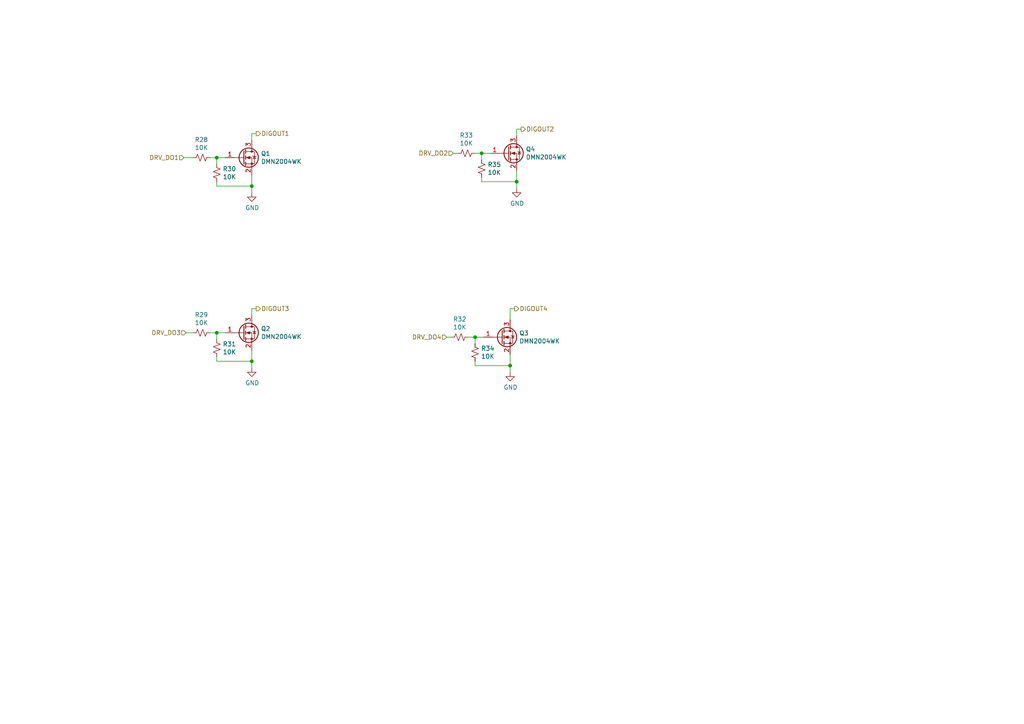
<source format=kicad_sch>
(kicad_sch (version 20230121) (generator eeschema)
  (paper "A4")
  (lib_symbols
    (symbol "Device:Q_NMOS_GSD" (pin_names (offset 0) hide)
      (property "Reference" "Q" (at 5.08 1.27 0))
      (property "Value" "Q_NMOS_GSD" (at 5.08 -1.27 0))
      (symbol "Q_NMOS_GSD_0_1"
        (polyline (pts (xy 0.254 0) (xy -2.54 0)))
        (polyline (pts (xy 0.254 1.905) (xy 0.254 -1.905)) (stroke (width 0.254)))
        (polyline (pts (xy 0.762 -1.27) (xy 0.762 -2.286)) (stroke (width 0.254)))
        (polyline (pts (xy 0.762 0.508) (xy 0.762 -0.508)) (stroke (width 0.254)))
        (polyline (pts (xy 0.762 2.286) (xy 0.762 1.27)) (stroke (width 0.254)))
        (polyline (pts (xy 2.54 2.54) (xy 2.54 1.778)))
        (polyline (pts (xy 2.54 -2.54) (xy 2.54 0) (xy 0.762 0)))
        (polyline (pts (xy 0.762 -1.778) (xy 3.302 -1.778) (xy 3.302 1.778) (xy 0.762 1.778)))
        (polyline (pts (xy 1.016 0) (xy 2.032 0.381) (xy 2.032 -0.381) (xy 1.016 0)) (fill (type outline)))
        (polyline (pts (xy 2.794 0.508) (xy 2.921 0.381) (xy 3.683 0.381) (xy 3.81 0.254)))
        (polyline (pts (xy 3.302 0.381) (xy 2.921 -0.254) (xy 3.683 -0.254) (xy 3.302 0.381)))
        (circle (center 1.651 0) (radius 2.794) (stroke (width 0.254)))
        (circle (center 2.54 -1.778) (radius 0.254) (fill (type outline)))
        (circle (center 2.54 1.778) (radius 0.254) (fill (type outline)))
      )
      (symbol "Q_NMOS_GSD_1_1"
        (pin input line (at -5.08 0 0) (length 2.54) (name "G") (number "1"))
        (pin passive line (at 2.54 -5.08 90) (length 2.54) (name "S") (number "2"))
        (pin passive line (at 2.54 5.08 270) (length 2.54) (name "D") (number "3"))
      )
    )
    (symbol "Device:R_Small_US" (pin_numbers hide) (pin_names (offset 0.254) hide)
      (property "Reference" "R" (at 0.762 0.508 0))
      (property "Value" "R_Small_US" (at 0.762 -1.016 0))
      (symbol "R_Small_US_1_1"
        (polyline (pts (xy 0 0) (xy 1.016 -0.381) (xy 0 -0.762) (xy -1.016 -1.143) (xy 0 -1.524)))
        (polyline (pts (xy 0 1.524) (xy 1.016 1.143) (xy 0 0.762) (xy -1.016 0.381) (xy 0 0)))
        (pin passive line (at 0 2.54 270) (length 1.016) (name "~") (number "1"))
        (pin passive line (at 0 -2.54 90) (length 1.016) (name "~") (number "2"))
      )
    )
    (symbol "power:GND" (power) (pin_names (offset 0))
      (property "Value" "GND" (at 0 -3.81 0))
      (symbol "GND_0_1"
        (polyline (pts (xy 0 0) (xy 0 -1.27) (xy 1.27 -1.27) (xy 0 -2.54) (xy -1.27 -1.27) (xy 0 -1.27)))
      )
      (symbol "GND_1_1"
        (pin power_in line (at 0 0 270) (length 0) hide (name "GND") (number "1"))
      )
    )
  )
  (junction (at 73.025 104.775))
  (junction (at 137.795 97.79))
  (junction (at 62.865 45.72))
  (junction (at 147.955 106.045))
  (junction (at 73.025 53.975))
  (junction (at 62.865 96.52))
  (junction (at 149.86 52.705))
  (junction (at 139.7 44.45))
  (wire (pts (xy 139.7 52.705) (xy 149.86 52.705)))
  (wire (pts (xy 62.865 104.775) (xy 73.025 104.775)))
  (wire (pts (xy 73.025 89.535) (xy 73.025 91.44)))
  (wire (pts (xy 62.865 53.975) (xy 73.025 53.975)))
  (wire (pts (xy 147.955 102.87) (xy 147.955 106.045)))
  (wire (pts (xy 149.86 49.53) (xy 149.86 52.705)))
  (wire (pts (xy 74.295 38.735) (xy 73.025 38.735)))
  (wire (pts (xy 149.86 52.705) (xy 149.86 54.61)))
  (wire (pts (xy 147.955 89.535) (xy 147.955 92.71)))
  (wire (pts (xy 149.225 89.535) (xy 147.955 89.535)))
  (wire (pts (xy 62.865 52.705) (xy 62.865 53.975)))
  (wire (pts (xy 60.96 45.72) (xy 62.865 45.72)))
  (wire (pts (xy 129.54 97.79) (xy 130.81 97.79)))
  (wire (pts (xy 53.34 45.72) (xy 55.88 45.72)))
  (wire (pts (xy 62.865 96.52) (xy 65.405 96.52)))
  (wire (pts (xy 73.025 53.975) (xy 73.025 55.88)))
  (wire (pts (xy 149.86 37.465) (xy 149.86 39.37)))
  (wire (pts (xy 53.975 96.52) (xy 55.88 96.52)))
  (wire (pts (xy 137.795 99.695) (xy 137.795 97.79)))
  (wire (pts (xy 62.865 45.72) (xy 65.405 45.72)))
  (wire (pts (xy 137.795 104.775) (xy 137.795 106.045)))
  (wire (pts (xy 73.025 104.775) (xy 73.025 106.68)))
  (wire (pts (xy 62.865 103.505) (xy 62.865 104.775)))
  (wire (pts (xy 131.445 44.45) (xy 132.715 44.45)))
  (wire (pts (xy 137.795 97.79) (xy 140.335 97.79)))
  (wire (pts (xy 74.295 89.535) (xy 73.025 89.535)))
  (wire (pts (xy 73.025 50.8) (xy 73.025 53.975)))
  (wire (pts (xy 62.865 47.625) (xy 62.865 45.72)))
  (wire (pts (xy 137.795 106.045) (xy 147.955 106.045)))
  (wire (pts (xy 139.7 44.45) (xy 142.24 44.45)))
  (wire (pts (xy 60.96 96.52) (xy 62.865 96.52)))
  (wire (pts (xy 135.89 97.79) (xy 137.795 97.79)))
  (wire (pts (xy 73.025 38.735) (xy 73.025 40.64)))
  (wire (pts (xy 73.025 101.6) (xy 73.025 104.775)))
  (wire (pts (xy 137.795 44.45) (xy 139.7 44.45)))
  (wire (pts (xy 139.7 46.355) (xy 139.7 44.45)))
  (wire (pts (xy 151.13 37.465) (xy 149.86 37.465)))
  (wire (pts (xy 147.955 106.045) (xy 147.955 107.95)))
  (wire (pts (xy 62.865 98.425) (xy 62.865 96.52)))
  (wire (pts (xy 139.7 51.435) (xy 139.7 52.705)))
  (hierarchical_label "DRV_DO4" (shape input) (at 129.54 97.79 180))
  (hierarchical_label "DRV_DO1" (shape input) (at 53.34 45.72 180))
  (hierarchical_label "DIGOUT4" (shape output) (at 149.225 89.535 0))
  (hierarchical_label "DRV_DO3" (shape input) (at 53.975 96.52 180))
  (hierarchical_label "DIGOUT1" (shape output) (at 74.295 38.735 0))
  (hierarchical_label "DIGOUT3" (shape output) (at 74.295 89.535 0))
  (hierarchical_label "DRV_DO2" (shape input) (at 131.445 44.45 180))
  (hierarchical_label "DIGOUT2" (shape output) (at 151.13 37.465 0))
  (symbol (lib_id "Device:Q_NMOS_GSD") (at 70.485 45.72 0) (unit 1)
    (property "Reference" "Q1" (at 75.6666 44.5516 0) (effects (justify left)))
    (property "Value" "DMN2004WK" (at 75.6666 46.863 0) (effects (justify left)))
    (property "Footprint" "Package_TO_SOT_SMD:SOT-323_SC-70" (effects hide))
    (property "Digi-Key_PN" "DMN2004WKDICT-ND" (effects hide))
  )
  (symbol (lib_id "Device:R_Small_US") (at 58.42 45.72 270) (unit 1)
    (property "Reference" "R28" (at 58.42 40.513 90))
    (property "Value" "10K" (at 58.42 42.8244 90))
    (property "Footprint" "Resistor_SMD:R_0805_2012Metric" (effects hide))
    (property "Digi-Key_PN" "311-10.0KCRDKR-ND" (effects hide))
  )
  (symbol (lib_id "Device:R_Small_US") (at 62.865 50.165 180) (unit 1)
    (property "Reference" "R30" (at 64.5922 48.9966 0) (effects (justify right)))
    (property "Value" "10K" (at 64.5922 51.308 0) (effects (justify right)))
    (property "Footprint" "Resistor_SMD:R_0805_2012Metric" (effects hide))
    (property "Digi-Key_PN" "311-10.0KCRDKR-ND" (effects hide))
  )
  (symbol (lib_id "power:GND") (at 73.025 55.88 0) (unit 1)
    (property "Reference" "#PWR037" (effects hide))
    (property "Value" "GND" (at 73.152 60.2742 0))
  )
  (symbol (lib_id "Device:Q_NMOS_GSD") (at 70.485 96.52 0) (unit 1)
    (property "Reference" "Q2" (at 75.6666 95.3516 0) (effects (justify left)))
    (property "Value" "DMN2004WK" (at 75.6666 97.663 0) (effects (justify left)))
    (property "Footprint" "Package_TO_SOT_SMD:SOT-323_SC-70" (effects hide))
    (property "Digi-Key_PN" "DMN2004WKDICT-ND" (effects hide))
  )
  (symbol (lib_id "Device:R_Small_US") (at 58.42 96.52 270) (unit 1)
    (property "Reference" "R29" (at 58.42 91.313 90))
    (property "Value" "10K" (at 58.42 93.6244 90))
    (property "Footprint" "Resistor_SMD:R_0805_2012Metric" (effects hide))
    (property "Digi-Key_PN" "311-10.0KCRDKR-ND" (effects hide))
  )
  (symbol (lib_id "Device:R_Small_US") (at 62.865 100.965 180) (unit 1)
    (property "Reference" "R31" (at 64.5922 99.7966 0) (effects (justify right)))
    (property "Value" "10K" (at 64.5922 102.108 0) (effects (justify right)))
    (property "Footprint" "Resistor_SMD:R_0805_2012Metric" (effects hide))
    (property "Digi-Key_PN" "311-10.0KCRDKR-ND" (effects hide))
  )
  (symbol (lib_id "power:GND") (at 73.025 106.68 0) (unit 1)
    (property "Reference" "#PWR038" (effects hide))
    (property "Value" "GND" (at 73.152 111.0742 0))
  )
  (symbol (lib_id "Device:Q_NMOS_GSD") (at 147.32 44.45 0) (unit 1)
    (property "Reference" "Q4" (at 152.5016 43.2816 0) (effects (justify left)))
    (property "Value" "DMN2004WK" (at 152.5016 45.593 0) (effects (justify left)))
    (property "Footprint" "Package_TO_SOT_SMD:SOT-323_SC-70" (effects hide))
    (property "Digi-Key_PN" "DMN2004WKDICT-ND" (effects hide))
  )
  (symbol (lib_id "Device:R_Small_US") (at 135.255 44.45 270) (unit 1)
    (property "Reference" "R33" (at 135.255 39.243 90))
    (property "Value" "10K" (at 135.255 41.5544 90))
    (property "Footprint" "Resistor_SMD:R_0805_2012Metric" (effects hide))
    (property "Digi-Key_PN" "311-10.0KCRDKR-ND" (effects hide))
  )
  (symbol (lib_id "Device:R_Small_US") (at 139.7 48.895 180) (unit 1)
    (property "Reference" "R35" (at 141.4272 47.7266 0) (effects (justify right)))
    (property "Value" "10K" (at 141.4272 50.038 0) (effects (justify right)))
    (property "Footprint" "Resistor_SMD:R_0805_2012Metric" (effects hide))
    (property "Digi-Key_PN" "311-10.0KCRDKR-ND" (effects hide))
  )
  (symbol (lib_id "power:GND") (at 149.86 54.61 0) (unit 1)
    (property "Reference" "#PWR040" (effects hide))
    (property "Value" "GND" (at 149.987 59.0042 0))
  )
  (symbol (lib_id "Device:Q_NMOS_GSD") (at 145.415 97.79 0) (unit 1)
    (property "Reference" "Q3" (at 150.5966 96.6216 0) (effects (justify left)))
    (property "Value" "DMN2004WK" (at 150.5966 98.933 0) (effects (justify left)))
    (property "Footprint" "Package_TO_SOT_SMD:SOT-323_SC-70" (effects hide))
    (property "Digi-Key_PN" "DMN2004WKDICT-ND" (effects hide))
  )
  (symbol (lib_id "Device:R_Small_US") (at 133.35 97.79 270) (unit 1)
    (property "Reference" "R32" (at 133.35 92.583 90))
    (property "Value" "10K" (at 133.35 94.8944 90))
    (property "Footprint" "Resistor_SMD:R_0805_2012Metric" (effects hide))
    (property "Digi-Key_PN" "311-10.0KCRDKR-ND" (effects hide))
  )
  (symbol (lib_id "Device:R_Small_US") (at 137.795 102.235 180) (unit 1)
    (property "Reference" "R34" (at 139.5222 101.0666 0) (effects (justify right)))
    (property "Value" "10K" (at 139.5222 103.378 0) (effects (justify right)))
    (property "Footprint" "Resistor_SMD:R_0805_2012Metric" (effects hide))
    (property "Digi-Key_PN" "311-10.0KCRDKR-ND" (effects hide))
  )
  (symbol (lib_id "power:GND") (at 147.955 107.95 0) (unit 1)
    (property "Reference" "#PWR039" (effects hide))
    (property "Value" "GND" (at 148.082 112.3442 0))
  )
)
</source>
